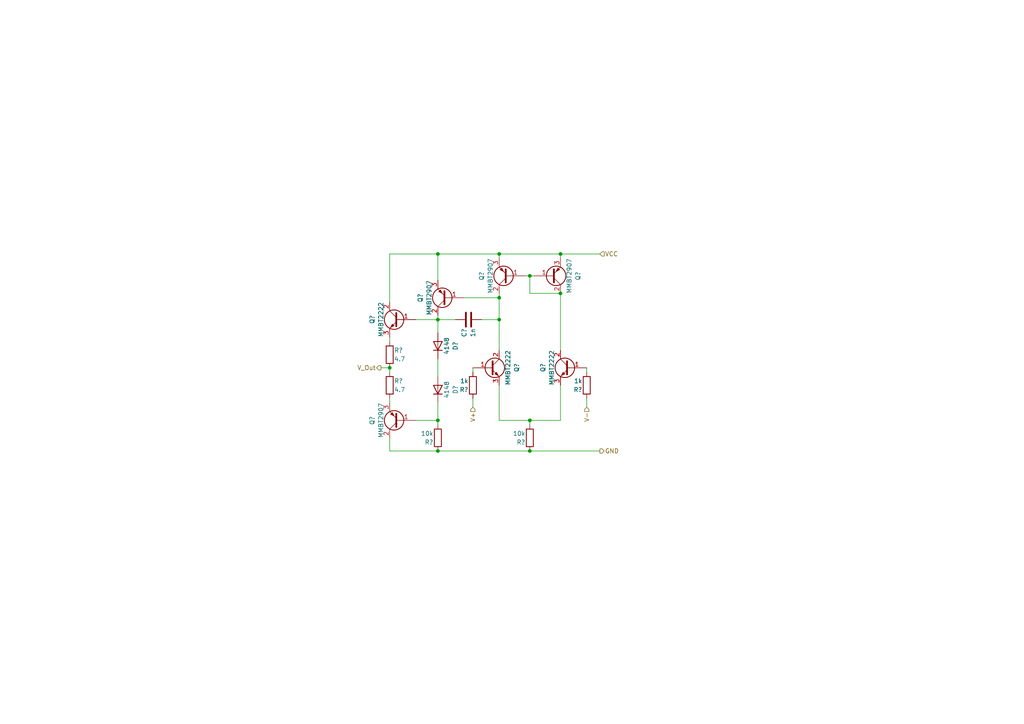
<source format=kicad_sch>
(kicad_sch (version 20211123) (generator eeschema)
  (paper "A4")
  (lib_symbols
    (symbol "Device:C" (pin_numbers hide) (pin_names (offset 0.254))
      (property "Reference" "C" (at 0.635 2.54 0))
      (property "Value" "C" (at 0.635 -2.54 0))
      (symbol "C_0_1"
        (polyline (pts (xy -2.032 -0.762) (xy 2.032 -0.762)) (stroke (width 0.508)))
        (polyline (pts (xy -2.032 0.762) (xy 2.032 0.762)) (stroke (width 0.508)))
      )
      (symbol "C_1_1"
        (pin passive line (at 0 3.81 270) (length 2.794) (name "~") (number "1"))
        (pin passive line (at 0 -3.81 90) (length 2.794) (name "~") (number "2"))
      )
    )
    (symbol "Device:D" (pin_numbers hide) (pin_names (offset 1.016) hide)
      (property "Reference" "D" (at 0 2.54 0))
      (property "Value" "D" (at 0 -2.54 0))
      (symbol "D_0_1"
        (polyline (pts (xy -1.27 1.27) (xy -1.27 -1.27)) (stroke (width 0.254)))
        (polyline (pts (xy 1.27 0) (xy -1.27 0)))
        (polyline (pts (xy 1.27 1.27) (xy 1.27 -1.27) (xy -1.27 0) (xy 1.27 1.27)) (stroke (width 0.254)))
      )
      (symbol "D_1_1"
        (pin passive line (at -3.81 0 0) (length 2.54) (name "K") (number "1"))
        (pin passive line (at 3.81 0 180) (length 2.54) (name "A") (number "2"))
      )
    )
    (symbol "Device:Q_NPN_BCE" (pin_names (offset 0) hide)
      (property "Reference" "Q" (at 5.08 1.27 0))
      (property "Value" "Q_NPN_BCE" (at 5.08 -1.27 0))
      (symbol "Q_NPN_BCE_0_1"
        (polyline (pts (xy 0.635 0.635) (xy 2.54 2.54)))
        (polyline (pts (xy 0.635 -0.635) (xy 2.54 -2.54) (xy 2.54 -2.54)))
        (polyline (pts (xy 0.635 1.905) (xy 0.635 -1.905) (xy 0.635 -1.905)) (stroke (width 0.508)))
        (polyline (pts (xy 1.27 -1.778) (xy 1.778 -1.27) (xy 2.286 -2.286) (xy 1.27 -1.778) (xy 1.27 -1.778)) (fill (type outline)))
        (circle (center 1.27 0) (radius 2.8194) (stroke (width 0.254)))
      )
      (symbol "Q_NPN_BCE_1_1"
        (pin input line (at -5.08 0 0) (length 5.715) (name "B") (number "1"))
        (pin passive line (at 2.54 5.08 270) (length 2.54) (name "C") (number "2"))
        (pin passive line (at 2.54 -5.08 90) (length 2.54) (name "E") (number "3"))
      )
    )
    (symbol "Device:Q_PNP_BCE" (pin_names (offset 0) hide)
      (property "Reference" "Q" (at 5.08 1.27 0))
      (property "Value" "Q_PNP_BCE" (at 5.08 -1.27 0))
      (symbol "Q_PNP_BCE_0_1"
        (polyline (pts (xy 0.635 0.635) (xy 2.54 2.54)))
        (polyline (pts (xy 0.635 -0.635) (xy 2.54 -2.54) (xy 2.54 -2.54)))
        (polyline (pts (xy 0.635 1.905) (xy 0.635 -1.905) (xy 0.635 -1.905)) (stroke (width 0.508)))
        (polyline (pts (xy 2.286 -1.778) (xy 1.778 -2.286) (xy 1.27 -1.27) (xy 2.286 -1.778) (xy 2.286 -1.778)) (fill (type outline)))
        (circle (center 1.27 0) (radius 2.8194) (stroke (width 0.254)))
      )
      (symbol "Q_PNP_BCE_1_1"
        (pin input line (at -5.08 0 0) (length 5.715) (name "B") (number "1"))
        (pin passive line (at 2.54 5.08 270) (length 2.54) (name "C") (number "2"))
        (pin passive line (at 2.54 -5.08 90) (length 2.54) (name "E") (number "3"))
      )
    )
    (symbol "Device:R" (pin_numbers hide) (pin_names (offset 0))
      (property "Reference" "R" (at 2.032 0 90))
      (property "Value" "R" (at 0 0 90))
      (symbol "R_0_1"
        (rectangle (start -1.016 -2.54) (end 1.016 2.54) (stroke (width 0.254)))
      )
      (symbol "R_1_1"
        (pin passive line (at 0 3.81 270) (length 1.27) (name "~") (number "1"))
        (pin passive line (at 0 -3.81 90) (length 1.27) (name "~") (number "2"))
      )
    )
  )
  (junction (at 153.67 130.81))
  (junction (at 127 73.66))
  (junction (at 144.78 73.66))
  (junction (at 144.78 92.71))
  (junction (at 144.78 86.36))
  (junction (at 127 130.81))
  (junction (at 162.56 73.66))
  (junction (at 153.67 121.92))
  (junction (at 153.67 80.01))
  (junction (at 127 92.71))
  (junction (at 127 121.92))
  (junction (at 113.03 106.68))
  (junction (at 162.56 85.09))
  (wire (pts (xy 127 130.81) (xy 153.67 130.81)))
  (wire (pts (xy 162.56 121.92) (xy 162.56 111.76)))
  (wire (pts (xy 113.03 97.79) (xy 113.03 99.06)))
  (wire (pts (xy 144.78 73.66) (xy 162.56 73.66)))
  (wire (pts (xy 113.03 127) (xy 113.03 130.81)))
  (wire (pts (xy 153.67 80.01) (xy 153.67 85.09)))
  (wire (pts (xy 127 121.92) (xy 127 123.19)))
  (wire (pts (xy 152.4 80.01) (xy 153.67 80.01)))
  (wire (pts (xy 139.7 92.71) (xy 144.78 92.71)))
  (wire (pts (xy 127 104.14) (xy 127 109.22)))
  (wire (pts (xy 110.49 106.68) (xy 113.03 106.68)))
  (wire (pts (xy 127 91.44) (xy 127 92.71)))
  (wire (pts (xy 144.78 73.66) (xy 127 73.66)))
  (wire (pts (xy 134.62 86.36) (xy 144.78 86.36)))
  (wire (pts (xy 162.56 85.09) (xy 162.56 101.6)))
  (wire (pts (xy 153.67 130.81) (xy 173.99 130.81)))
  (wire (pts (xy 137.16 115.57) (xy 137.16 118.11)))
  (wire (pts (xy 113.03 115.57) (xy 113.03 116.84)))
  (wire (pts (xy 153.67 85.09) (xy 162.56 85.09)))
  (wire (pts (xy 144.78 111.76) (xy 144.78 121.92)))
  (wire (pts (xy 144.78 92.71) (xy 144.78 101.6)))
  (wire (pts (xy 127 92.71) (xy 127 96.52)))
  (wire (pts (xy 170.18 115.57) (xy 170.18 118.11)))
  (wire (pts (xy 144.78 121.92) (xy 153.67 121.92)))
  (wire (pts (xy 127 92.71) (xy 132.08 92.71)))
  (wire (pts (xy 113.03 130.81) (xy 127 130.81)))
  (wire (pts (xy 113.03 73.66) (xy 113.03 87.63)))
  (wire (pts (xy 113.03 106.68) (xy 113.03 107.95)))
  (wire (pts (xy 162.56 73.66) (xy 162.56 74.93)))
  (wire (pts (xy 113.03 73.66) (xy 127 73.66)))
  (wire (pts (xy 127 116.84) (xy 127 121.92)))
  (wire (pts (xy 162.56 73.66) (xy 173.99 73.66)))
  (wire (pts (xy 120.65 121.92) (xy 127 121.92)))
  (wire (pts (xy 144.78 73.66) (xy 144.78 74.93)))
  (wire (pts (xy 153.67 80.01) (xy 154.94 80.01)))
  (wire (pts (xy 170.18 106.68) (xy 170.18 107.95)))
  (wire (pts (xy 153.67 121.92) (xy 153.67 123.19)))
  (wire (pts (xy 120.65 92.71) (xy 127 92.71)))
  (wire (pts (xy 144.78 85.09) (xy 144.78 86.36)))
  (wire (pts (xy 137.16 106.68) (xy 137.16 107.95)))
  (wire (pts (xy 153.67 121.92) (xy 162.56 121.92)))
  (wire (pts (xy 144.78 86.36) (xy 144.78 92.71)))
  (wire (pts (xy 127 73.66) (xy 127 81.28)))
  (hierarchical_label "GND" (shape output) (at 173.99 130.81 0))
  (hierarchical_label "V-" (shape input) (at 170.18 118.11 270))
  (hierarchical_label "V_Out" (shape output) (at 110.49 106.68 180))
  (hierarchical_label "VCC" (shape input) (at 173.99 73.66 0))
  (hierarchical_label "V+" (shape input) (at 137.16 118.11 270))
  (symbol (lib_id "Device:D") (at 127 113.03 270) (mirror x) (unit 1)
    (property "Reference" "D?" (at 132.08 113.03 0))
    (property "Value" "4148" (at 129.54 113.03 0))
  )
  (symbol (lib_id "Device:Q_PNP_BCE") (at 129.54 86.36 180) (unit 1)
    (property "Reference" "Q?" (at 121.92 85.09 90) (effects (justify left)))
    (property "Value" "MMBT2907" (at 124.46 81.28 90) (effects (justify left)))
  )
  (symbol (lib_id "Device:Q_NPN_BCE") (at 165.1 106.68 0) (mirror y) (unit 1)
    (property "Reference" "Q?" (at 157.48 107.95 90) (effects (justify left)))
    (property "Value" "MMBT2222" (at 160.02 111.76 90) (effects (justify left)))
  )
  (symbol (lib_id "Device:D") (at 127 100.33 270) (mirror x) (unit 1)
    (property "Reference" "D?" (at 132.08 100.33 0))
    (property "Value" "4148" (at 129.54 100.33 0))
  )
  (symbol (lib_id "Device:Q_NPN_BCE") (at 115.57 92.71 0) (mirror y) (unit 1)
    (property "Reference" "Q?" (at 107.95 93.98 90) (effects (justify left)))
    (property "Value" "MMBT2222" (at 110.49 97.79 90) (effects (justify left)))
  )
  (symbol (lib_id "Device:Q_PNP_BCE") (at 147.32 80.01 180) (unit 1)
    (property "Reference" "Q?" (at 139.7 78.74 90) (effects (justify left)))
    (property "Value" "MMBT2907" (at 142.24 74.93 90) (effects (justify left)))
  )
  (symbol (lib_id "Device:R") (at 153.67 127 180) (unit 1)
    (property "Reference" "R?" (at 152.4 128.27 0) (effects (justify left)))
    (property "Value" "10k" (at 152.4 125.73 0) (effects (justify left)))
  )
  (symbol (lib_id "Device:R") (at 127 127 180) (unit 1)
    (property "Reference" "R?" (at 125.73 128.27 0) (effects (justify left)))
    (property "Value" "10k" (at 125.73 125.73 0) (effects (justify left)))
  )
  (symbol (lib_id "Device:R") (at 113.03 102.87 0) (unit 1)
    (property "Reference" "R?" (at 114.3 101.6 0) (effects (justify left)))
    (property "Value" "4.7" (at 114.3 104.14 0) (effects (justify left)))
  )
  (symbol (lib_id "Device:R") (at 137.16 111.76 180) (unit 1)
    (property "Reference" "R?" (at 135.89 113.03 0) (effects (justify left)))
    (property "Value" "1k" (at 135.89 110.49 0) (effects (justify left)))
  )
  (symbol (lib_id "Device:Q_PNP_BCE") (at 115.57 121.92 180) (unit 1)
    (property "Reference" "Q?" (at 107.95 120.65 90) (effects (justify left)))
    (property "Value" "MMBT2907" (at 110.49 116.84 90) (effects (justify left)))
  )
  (symbol (lib_id "Device:R") (at 113.03 111.76 0) (unit 1)
    (property "Reference" "R?" (at 114.3 110.49 0) (effects (justify left)))
    (property "Value" "4.7" (at 114.3 113.03 0) (effects (justify left)))
  )
  (symbol (lib_id "Device:Q_PNP_BCE") (at 160.02 80.01 0) (mirror x) (unit 1)
    (property "Reference" "Q?" (at 167.64 78.74 90) (effects (justify left)))
    (property "Value" "MMBT2907" (at 165.1 74.93 90) (effects (justify left)))
  )
  (symbol (lib_id "Device:Q_NPN_BCE") (at 142.24 106.68 0) (unit 1)
    (property "Reference" "Q?" (at 149.86 107.95 90) (effects (justify left)))
    (property "Value" "MMBT2222" (at 147.32 111.76 90) (effects (justify left)))
  )
  (symbol (lib_id "Device:C") (at 135.89 92.71 90) (unit 1)
    (property "Reference" "C?" (at 134.62 96.52 0))
    (property "Value" "1n" (at 137.16 96.52 0))
  )
  (symbol (lib_id "Device:R") (at 170.18 111.76 180) (unit 1)
    (property "Reference" "R?" (at 168.91 113.03 0) (effects (justify left)))
    (property "Value" "1k" (at 168.91 110.49 0) (effects (justify left)))
  )
)
</source>
